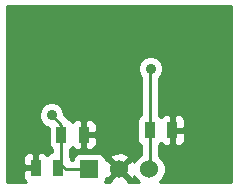
<source format=gbl>
G04 (created by PCBNEW (2013-07-07 BZR 4022)-stable) date 16/01/2015 23:25:09*
%MOIN*%
G04 Gerber Fmt 3.4, Leading zero omitted, Abs format*
%FSLAX34Y34*%
G01*
G70*
G90*
G04 APERTURE LIST*
%ADD10C,0.00590551*%
%ADD11R,0.035X0.055*%
%ADD12R,0.06X0.06*%
%ADD13C,0.06*%
%ADD14C,0.035*%
%ADD15C,0.01*%
G04 APERTURE END LIST*
G54D10*
G54D11*
X56025Y-28000D03*
X56775Y-28000D03*
X53825Y-28150D03*
X53075Y-28150D03*
X52225Y-29250D03*
X52975Y-29250D03*
G54D12*
X54000Y-29300D03*
G54D13*
X55000Y-29300D03*
X56000Y-29300D03*
G54D14*
X56050Y-25950D03*
X52750Y-27500D03*
G54D15*
X56025Y-28000D02*
X56025Y-29275D01*
X56025Y-29275D02*
X56000Y-29300D01*
X56025Y-25975D02*
X56025Y-28000D01*
X56050Y-25950D02*
X56025Y-25975D01*
X53225Y-29300D02*
X54000Y-29300D01*
X53075Y-29150D02*
X53225Y-29300D01*
X53075Y-27825D02*
X53075Y-29150D01*
X52750Y-27500D02*
X53075Y-27825D01*
G54D10*
G36*
X58730Y-29730D02*
X57200Y-29730D01*
X57200Y-28225D01*
X57200Y-27774D01*
X57199Y-27675D01*
X57161Y-27583D01*
X57091Y-27512D01*
X56999Y-27474D01*
X56887Y-27475D01*
X56825Y-27537D01*
X56825Y-27950D01*
X57137Y-27950D01*
X57200Y-27887D01*
X57200Y-27774D01*
X57200Y-28225D01*
X57200Y-28112D01*
X57137Y-28050D01*
X56825Y-28050D01*
X56825Y-28462D01*
X56887Y-28525D01*
X56999Y-28525D01*
X57091Y-28487D01*
X57161Y-28416D01*
X57199Y-28324D01*
X57200Y-28225D01*
X57200Y-29730D01*
X56347Y-29730D01*
X56465Y-29611D01*
X56549Y-29409D01*
X56550Y-29191D01*
X56466Y-28988D01*
X56325Y-28847D01*
X56325Y-28493D01*
X56341Y-28487D01*
X56400Y-28428D01*
X56458Y-28487D01*
X56550Y-28525D01*
X56662Y-28525D01*
X56725Y-28462D01*
X56725Y-28050D01*
X56717Y-28050D01*
X56717Y-27950D01*
X56725Y-27950D01*
X56725Y-27537D01*
X56662Y-27475D01*
X56550Y-27474D01*
X56458Y-27512D01*
X56399Y-27571D01*
X56341Y-27513D01*
X56325Y-27506D01*
X56325Y-26275D01*
X56410Y-26191D01*
X56474Y-26034D01*
X56475Y-25865D01*
X56410Y-25709D01*
X56291Y-25589D01*
X56134Y-25525D01*
X55965Y-25524D01*
X55809Y-25589D01*
X55689Y-25708D01*
X55625Y-25865D01*
X55624Y-26034D01*
X55689Y-26190D01*
X55725Y-26225D01*
X55725Y-27506D01*
X55708Y-27512D01*
X55638Y-27583D01*
X55600Y-27675D01*
X55599Y-27774D01*
X55599Y-28324D01*
X55637Y-28416D01*
X55708Y-28486D01*
X55725Y-28493D01*
X55725Y-28818D01*
X55688Y-28833D01*
X55534Y-28988D01*
X55502Y-29063D01*
X55481Y-29012D01*
X55385Y-28984D01*
X55315Y-29055D01*
X55315Y-28914D01*
X55287Y-28818D01*
X55081Y-28745D01*
X54863Y-28756D01*
X54712Y-28818D01*
X54684Y-28914D01*
X55000Y-29229D01*
X55315Y-28914D01*
X55315Y-29055D01*
X55070Y-29300D01*
X55385Y-29615D01*
X55481Y-29587D01*
X55500Y-29532D01*
X55533Y-29611D01*
X55652Y-29730D01*
X55302Y-29730D01*
X55315Y-29685D01*
X55000Y-29370D01*
X54684Y-29685D01*
X54697Y-29730D01*
X54516Y-29730D01*
X54549Y-29649D01*
X54550Y-29596D01*
X54614Y-29615D01*
X54929Y-29300D01*
X54614Y-28984D01*
X54550Y-29003D01*
X54550Y-28950D01*
X54512Y-28858D01*
X54441Y-28788D01*
X54349Y-28750D01*
X54250Y-28749D01*
X54250Y-28749D01*
X54250Y-28375D01*
X54250Y-27924D01*
X54249Y-27825D01*
X54211Y-27733D01*
X54141Y-27662D01*
X54049Y-27624D01*
X53937Y-27625D01*
X53875Y-27687D01*
X53875Y-28100D01*
X54187Y-28100D01*
X54250Y-28037D01*
X54250Y-27924D01*
X54250Y-28375D01*
X54250Y-28262D01*
X54187Y-28200D01*
X53875Y-28200D01*
X53875Y-28612D01*
X53937Y-28675D01*
X54049Y-28675D01*
X54141Y-28637D01*
X54211Y-28566D01*
X54249Y-28474D01*
X54250Y-28375D01*
X54250Y-28749D01*
X53650Y-28749D01*
X53558Y-28787D01*
X53488Y-28858D01*
X53450Y-28950D01*
X53450Y-29000D01*
X53400Y-29000D01*
X53400Y-28925D01*
X53375Y-28864D01*
X53375Y-28643D01*
X53391Y-28637D01*
X53450Y-28578D01*
X53508Y-28637D01*
X53600Y-28675D01*
X53712Y-28675D01*
X53775Y-28612D01*
X53775Y-28200D01*
X53767Y-28200D01*
X53767Y-28100D01*
X53775Y-28100D01*
X53775Y-27687D01*
X53712Y-27625D01*
X53600Y-27624D01*
X53508Y-27662D01*
X53449Y-27721D01*
X53391Y-27663D01*
X53299Y-27625D01*
X53295Y-27625D01*
X53287Y-27612D01*
X53287Y-27612D01*
X53174Y-27500D01*
X53175Y-27415D01*
X53110Y-27259D01*
X52991Y-27139D01*
X52834Y-27075D01*
X52665Y-27074D01*
X52509Y-27139D01*
X52389Y-27258D01*
X52325Y-27415D01*
X52324Y-27584D01*
X52389Y-27740D01*
X52508Y-27860D01*
X52649Y-27918D01*
X52649Y-27924D01*
X52649Y-28474D01*
X52687Y-28566D01*
X52758Y-28636D01*
X52775Y-28643D01*
X52775Y-28724D01*
X52750Y-28724D01*
X52658Y-28762D01*
X52599Y-28821D01*
X52541Y-28762D01*
X52449Y-28724D01*
X52337Y-28725D01*
X52275Y-28787D01*
X52275Y-29200D01*
X52282Y-29200D01*
X52282Y-29300D01*
X52275Y-29300D01*
X52275Y-29307D01*
X52175Y-29307D01*
X52175Y-29300D01*
X52175Y-29200D01*
X52175Y-28787D01*
X52112Y-28725D01*
X52000Y-28724D01*
X51908Y-28762D01*
X51838Y-28833D01*
X51800Y-28925D01*
X51799Y-29024D01*
X51800Y-29137D01*
X51862Y-29200D01*
X52175Y-29200D01*
X52175Y-29300D01*
X51862Y-29300D01*
X51800Y-29362D01*
X51799Y-29475D01*
X51800Y-29574D01*
X51838Y-29666D01*
X51901Y-29730D01*
X51269Y-29730D01*
X51269Y-23869D01*
X58730Y-23869D01*
X58730Y-29730D01*
X58730Y-29730D01*
G37*
G54D15*
X58730Y-29730D02*
X57200Y-29730D01*
X57200Y-28225D01*
X57200Y-27774D01*
X57199Y-27675D01*
X57161Y-27583D01*
X57091Y-27512D01*
X56999Y-27474D01*
X56887Y-27475D01*
X56825Y-27537D01*
X56825Y-27950D01*
X57137Y-27950D01*
X57200Y-27887D01*
X57200Y-27774D01*
X57200Y-28225D01*
X57200Y-28112D01*
X57137Y-28050D01*
X56825Y-28050D01*
X56825Y-28462D01*
X56887Y-28525D01*
X56999Y-28525D01*
X57091Y-28487D01*
X57161Y-28416D01*
X57199Y-28324D01*
X57200Y-28225D01*
X57200Y-29730D01*
X56347Y-29730D01*
X56465Y-29611D01*
X56549Y-29409D01*
X56550Y-29191D01*
X56466Y-28988D01*
X56325Y-28847D01*
X56325Y-28493D01*
X56341Y-28487D01*
X56400Y-28428D01*
X56458Y-28487D01*
X56550Y-28525D01*
X56662Y-28525D01*
X56725Y-28462D01*
X56725Y-28050D01*
X56717Y-28050D01*
X56717Y-27950D01*
X56725Y-27950D01*
X56725Y-27537D01*
X56662Y-27475D01*
X56550Y-27474D01*
X56458Y-27512D01*
X56399Y-27571D01*
X56341Y-27513D01*
X56325Y-27506D01*
X56325Y-26275D01*
X56410Y-26191D01*
X56474Y-26034D01*
X56475Y-25865D01*
X56410Y-25709D01*
X56291Y-25589D01*
X56134Y-25525D01*
X55965Y-25524D01*
X55809Y-25589D01*
X55689Y-25708D01*
X55625Y-25865D01*
X55624Y-26034D01*
X55689Y-26190D01*
X55725Y-26225D01*
X55725Y-27506D01*
X55708Y-27512D01*
X55638Y-27583D01*
X55600Y-27675D01*
X55599Y-27774D01*
X55599Y-28324D01*
X55637Y-28416D01*
X55708Y-28486D01*
X55725Y-28493D01*
X55725Y-28818D01*
X55688Y-28833D01*
X55534Y-28988D01*
X55502Y-29063D01*
X55481Y-29012D01*
X55385Y-28984D01*
X55315Y-29055D01*
X55315Y-28914D01*
X55287Y-28818D01*
X55081Y-28745D01*
X54863Y-28756D01*
X54712Y-28818D01*
X54684Y-28914D01*
X55000Y-29229D01*
X55315Y-28914D01*
X55315Y-29055D01*
X55070Y-29300D01*
X55385Y-29615D01*
X55481Y-29587D01*
X55500Y-29532D01*
X55533Y-29611D01*
X55652Y-29730D01*
X55302Y-29730D01*
X55315Y-29685D01*
X55000Y-29370D01*
X54684Y-29685D01*
X54697Y-29730D01*
X54516Y-29730D01*
X54549Y-29649D01*
X54550Y-29596D01*
X54614Y-29615D01*
X54929Y-29300D01*
X54614Y-28984D01*
X54550Y-29003D01*
X54550Y-28950D01*
X54512Y-28858D01*
X54441Y-28788D01*
X54349Y-28750D01*
X54250Y-28749D01*
X54250Y-28749D01*
X54250Y-28375D01*
X54250Y-27924D01*
X54249Y-27825D01*
X54211Y-27733D01*
X54141Y-27662D01*
X54049Y-27624D01*
X53937Y-27625D01*
X53875Y-27687D01*
X53875Y-28100D01*
X54187Y-28100D01*
X54250Y-28037D01*
X54250Y-27924D01*
X54250Y-28375D01*
X54250Y-28262D01*
X54187Y-28200D01*
X53875Y-28200D01*
X53875Y-28612D01*
X53937Y-28675D01*
X54049Y-28675D01*
X54141Y-28637D01*
X54211Y-28566D01*
X54249Y-28474D01*
X54250Y-28375D01*
X54250Y-28749D01*
X53650Y-28749D01*
X53558Y-28787D01*
X53488Y-28858D01*
X53450Y-28950D01*
X53450Y-29000D01*
X53400Y-29000D01*
X53400Y-28925D01*
X53375Y-28864D01*
X53375Y-28643D01*
X53391Y-28637D01*
X53450Y-28578D01*
X53508Y-28637D01*
X53600Y-28675D01*
X53712Y-28675D01*
X53775Y-28612D01*
X53775Y-28200D01*
X53767Y-28200D01*
X53767Y-28100D01*
X53775Y-28100D01*
X53775Y-27687D01*
X53712Y-27625D01*
X53600Y-27624D01*
X53508Y-27662D01*
X53449Y-27721D01*
X53391Y-27663D01*
X53299Y-27625D01*
X53295Y-27625D01*
X53287Y-27612D01*
X53287Y-27612D01*
X53174Y-27500D01*
X53175Y-27415D01*
X53110Y-27259D01*
X52991Y-27139D01*
X52834Y-27075D01*
X52665Y-27074D01*
X52509Y-27139D01*
X52389Y-27258D01*
X52325Y-27415D01*
X52324Y-27584D01*
X52389Y-27740D01*
X52508Y-27860D01*
X52649Y-27918D01*
X52649Y-27924D01*
X52649Y-28474D01*
X52687Y-28566D01*
X52758Y-28636D01*
X52775Y-28643D01*
X52775Y-28724D01*
X52750Y-28724D01*
X52658Y-28762D01*
X52599Y-28821D01*
X52541Y-28762D01*
X52449Y-28724D01*
X52337Y-28725D01*
X52275Y-28787D01*
X52275Y-29200D01*
X52282Y-29200D01*
X52282Y-29300D01*
X52275Y-29300D01*
X52275Y-29307D01*
X52175Y-29307D01*
X52175Y-29300D01*
X52175Y-29200D01*
X52175Y-28787D01*
X52112Y-28725D01*
X52000Y-28724D01*
X51908Y-28762D01*
X51838Y-28833D01*
X51800Y-28925D01*
X51799Y-29024D01*
X51800Y-29137D01*
X51862Y-29200D01*
X52175Y-29200D01*
X52175Y-29300D01*
X51862Y-29300D01*
X51800Y-29362D01*
X51799Y-29475D01*
X51800Y-29574D01*
X51838Y-29666D01*
X51901Y-29730D01*
X51269Y-29730D01*
X51269Y-23869D01*
X58730Y-23869D01*
X58730Y-29730D01*
M02*

</source>
